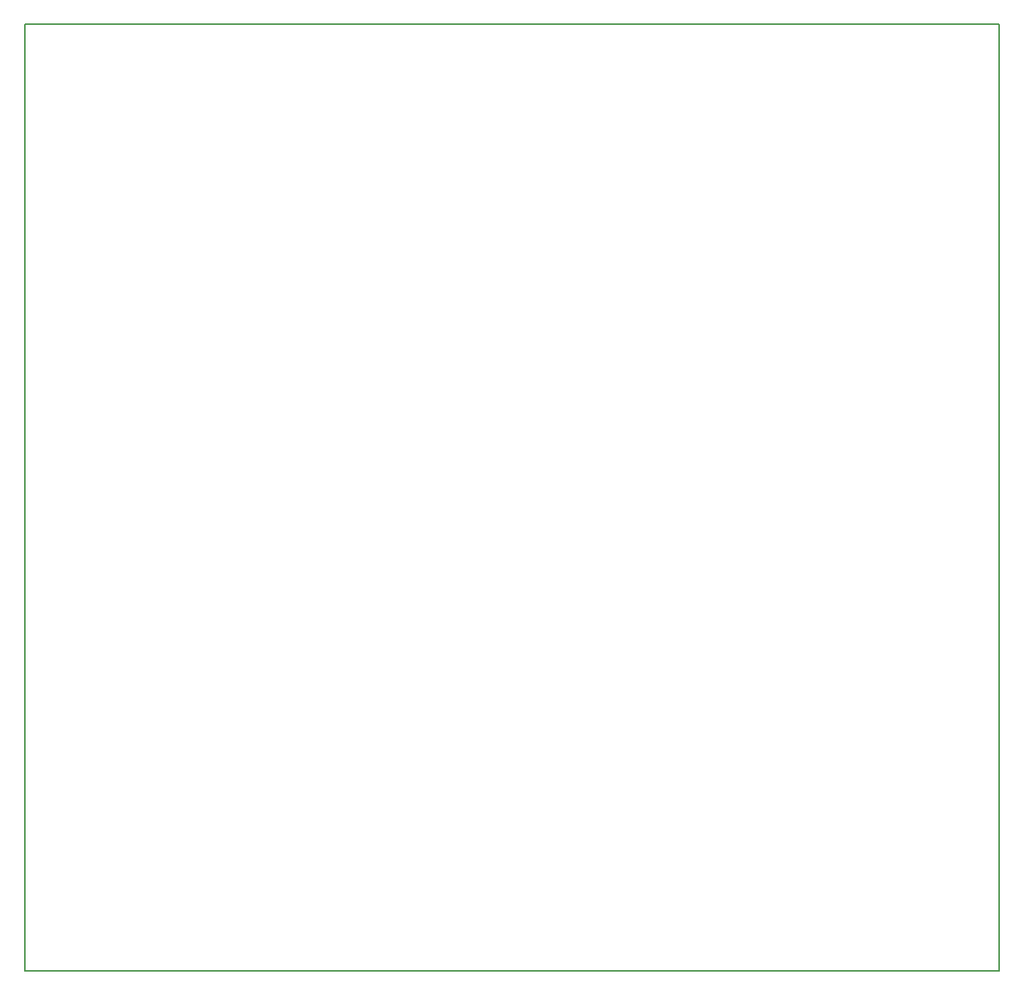
<source format=gbr>
G04 #@! TF.FileFunction,Profile,NP*
%FSLAX46Y46*%
G04 Gerber Fmt 4.6, Leading zero omitted, Abs format (unit mm)*
G04 Created by KiCad (PCBNEW 4.0.6) date 03/28/18 11:07:49*
%MOMM*%
%LPD*%
G01*
G04 APERTURE LIST*
%ADD10C,0.100000*%
%ADD11C,0.150000*%
G04 APERTURE END LIST*
D10*
D11*
X91232600Y-141730000D02*
X200632600Y-141730000D01*
X200632600Y-35422800D02*
X91232600Y-35422800D01*
X200632600Y-141730000D02*
X200632600Y-35422800D01*
X91232600Y-35422800D02*
X91232600Y-141730000D01*
M02*

</source>
